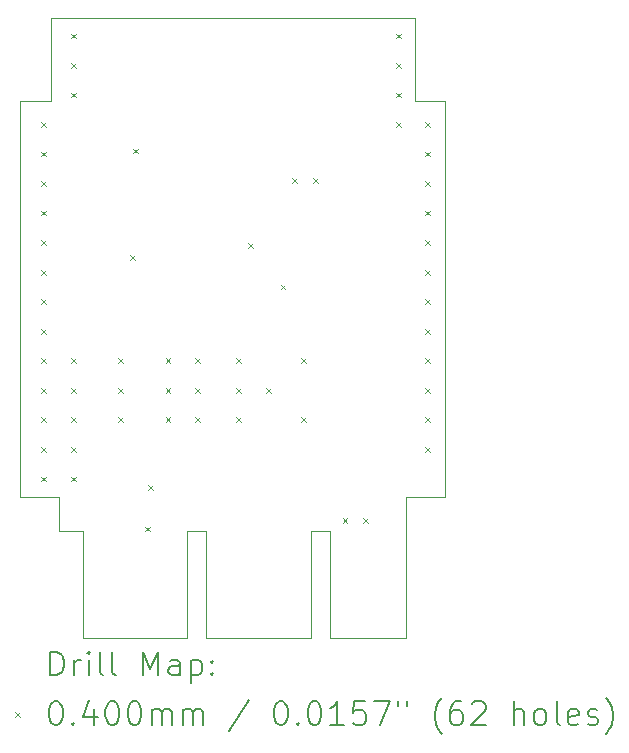
<source format=gbr>
%FSLAX45Y45*%
G04 Gerber Fmt 4.5, Leading zero omitted, Abs format (unit mm)*
G04 Created by KiCad (PCBNEW (6.0.1)) date 2022-02-03 01:48:56*
%MOMM*%
%LPD*%
G01*
G04 APERTURE LIST*
%TA.AperFunction,Profile*%
%ADD10C,0.050000*%
%TD*%
%ADD11C,0.200000*%
%ADD12C,0.040000*%
G04 APERTURE END LIST*
D10*
X19015000Y-11940000D02*
X19015000Y-12850000D01*
X17965000Y-11940000D02*
X17965000Y-12850000D01*
X20150000Y-11650000D02*
X19820000Y-11650000D01*
X18125000Y-12850000D02*
X18125000Y-11940000D01*
X19820000Y-12850000D02*
X19175000Y-12850000D01*
X17965000Y-12850000D02*
X17085000Y-12850000D01*
X19820000Y-11650000D02*
X19820000Y-12850000D01*
X19175000Y-11940000D02*
X19015000Y-11940000D01*
X16880000Y-11940000D02*
X16880000Y-11650000D01*
X18125000Y-11940000D02*
X17965000Y-11940000D01*
X19015000Y-12850000D02*
X18125000Y-12850000D01*
X19175000Y-12850000D02*
X19175000Y-11940000D01*
X17085000Y-11940000D02*
X16880000Y-11940000D01*
X19890000Y-8300000D02*
X20150000Y-8300000D01*
X19890000Y-7600000D02*
X19890000Y-8300000D01*
X20150000Y-8300000D02*
X20150000Y-11650000D01*
X16550000Y-11650000D02*
X16550000Y-8300000D01*
X16880000Y-11650000D02*
X16550000Y-11650000D01*
X17085000Y-11940000D02*
X17085000Y-12850000D01*
X16810000Y-8300000D02*
X16810000Y-7600000D01*
X16550000Y-8300000D02*
X16810000Y-8300000D01*
X16810000Y-7600000D02*
X19890000Y-7600000D01*
D11*
D12*
X16730000Y-8480000D02*
X16770000Y-8520000D01*
X16770000Y-8480000D02*
X16730000Y-8520000D01*
X16730000Y-8730000D02*
X16770000Y-8770000D01*
X16770000Y-8730000D02*
X16730000Y-8770000D01*
X16730000Y-8980000D02*
X16770000Y-9020000D01*
X16770000Y-8980000D02*
X16730000Y-9020000D01*
X16730000Y-9230000D02*
X16770000Y-9270000D01*
X16770000Y-9230000D02*
X16730000Y-9270000D01*
X16730000Y-9480000D02*
X16770000Y-9520000D01*
X16770000Y-9480000D02*
X16730000Y-9520000D01*
X16730000Y-9730000D02*
X16770000Y-9770000D01*
X16770000Y-9730000D02*
X16730000Y-9770000D01*
X16730000Y-9980000D02*
X16770000Y-10020000D01*
X16770000Y-9980000D02*
X16730000Y-10020000D01*
X16730000Y-10230000D02*
X16770000Y-10270000D01*
X16770000Y-10230000D02*
X16730000Y-10270000D01*
X16730000Y-10480000D02*
X16770000Y-10520000D01*
X16770000Y-10480000D02*
X16730000Y-10520000D01*
X16730000Y-10730000D02*
X16770000Y-10770000D01*
X16770000Y-10730000D02*
X16730000Y-10770000D01*
X16730000Y-10980000D02*
X16770000Y-11020000D01*
X16770000Y-10980000D02*
X16730000Y-11020000D01*
X16730000Y-11230000D02*
X16770000Y-11270000D01*
X16770000Y-11230000D02*
X16730000Y-11270000D01*
X16730000Y-11480000D02*
X16770000Y-11520000D01*
X16770000Y-11480000D02*
X16730000Y-11520000D01*
X16980000Y-7730000D02*
X17020000Y-7770000D01*
X17020000Y-7730000D02*
X16980000Y-7770000D01*
X16980000Y-7980000D02*
X17020000Y-8020000D01*
X17020000Y-7980000D02*
X16980000Y-8020000D01*
X16980000Y-8230000D02*
X17020000Y-8270000D01*
X17020000Y-8230000D02*
X16980000Y-8270000D01*
X16980000Y-10480000D02*
X17020000Y-10520000D01*
X17020000Y-10480000D02*
X16980000Y-10520000D01*
X16980000Y-10730000D02*
X17020000Y-10770000D01*
X17020000Y-10730000D02*
X16980000Y-10770000D01*
X16980000Y-10980000D02*
X17020000Y-11020000D01*
X17020000Y-10980000D02*
X16980000Y-11020000D01*
X16980000Y-11230000D02*
X17020000Y-11270000D01*
X17020000Y-11230000D02*
X16980000Y-11270000D01*
X16980000Y-11480000D02*
X17020000Y-11520000D01*
X17020000Y-11480000D02*
X16980000Y-11520000D01*
X17380000Y-10480000D02*
X17420000Y-10520000D01*
X17420000Y-10480000D02*
X17380000Y-10520000D01*
X17380000Y-10730000D02*
X17420000Y-10770000D01*
X17420000Y-10730000D02*
X17380000Y-10770000D01*
X17380000Y-10980000D02*
X17420000Y-11020000D01*
X17420000Y-10980000D02*
X17380000Y-11020000D01*
X17480000Y-9605000D02*
X17520000Y-9645000D01*
X17520000Y-9605000D02*
X17480000Y-9645000D01*
X17505000Y-8705000D02*
X17545000Y-8745000D01*
X17545000Y-8705000D02*
X17505000Y-8745000D01*
X17605000Y-11905000D02*
X17645000Y-11945000D01*
X17645000Y-11905000D02*
X17605000Y-11945000D01*
X17630000Y-11555000D02*
X17670000Y-11595000D01*
X17670000Y-11555000D02*
X17630000Y-11595000D01*
X17780000Y-10480000D02*
X17820000Y-10520000D01*
X17820000Y-10480000D02*
X17780000Y-10520000D01*
X17780000Y-10730000D02*
X17820000Y-10770000D01*
X17820000Y-10730000D02*
X17780000Y-10770000D01*
X17780000Y-10980000D02*
X17820000Y-11020000D01*
X17820000Y-10980000D02*
X17780000Y-11020000D01*
X18030000Y-10480000D02*
X18070000Y-10520000D01*
X18070000Y-10480000D02*
X18030000Y-10520000D01*
X18030000Y-10730000D02*
X18070000Y-10770000D01*
X18070000Y-10730000D02*
X18030000Y-10770000D01*
X18030000Y-10980000D02*
X18070000Y-11020000D01*
X18070000Y-10980000D02*
X18030000Y-11020000D01*
X18380000Y-10480000D02*
X18420000Y-10520000D01*
X18420000Y-10480000D02*
X18380000Y-10520000D01*
X18380000Y-10730000D02*
X18420000Y-10770000D01*
X18420000Y-10730000D02*
X18380000Y-10770000D01*
X18380000Y-10980000D02*
X18420000Y-11020000D01*
X18420000Y-10980000D02*
X18380000Y-11020000D01*
X18480000Y-9505001D02*
X18520000Y-9545001D01*
X18520000Y-9505001D02*
X18480000Y-9545001D01*
X18630000Y-10730000D02*
X18670000Y-10770000D01*
X18670000Y-10730000D02*
X18630000Y-10770000D01*
X18755002Y-9855000D02*
X18795002Y-9895000D01*
X18795002Y-9855000D02*
X18755002Y-9895000D01*
X18855000Y-8955000D02*
X18895000Y-8995000D01*
X18895000Y-8955000D02*
X18855000Y-8995000D01*
X18930000Y-10480000D02*
X18970000Y-10520000D01*
X18970000Y-10480000D02*
X18930000Y-10520000D01*
X18930000Y-10980000D02*
X18970000Y-11020000D01*
X18970000Y-10980000D02*
X18930000Y-11020000D01*
X19030000Y-8955000D02*
X19070000Y-8995000D01*
X19070000Y-8955000D02*
X19030000Y-8995000D01*
X19280000Y-11830000D02*
X19320000Y-11870000D01*
X19320000Y-11830000D02*
X19280000Y-11870000D01*
X19455000Y-11830000D02*
X19495000Y-11870000D01*
X19495000Y-11830000D02*
X19455000Y-11870000D01*
X19730000Y-7730000D02*
X19770000Y-7770000D01*
X19770000Y-7730000D02*
X19730000Y-7770000D01*
X19730000Y-7980000D02*
X19770000Y-8020000D01*
X19770000Y-7980000D02*
X19730000Y-8020000D01*
X19730000Y-8230000D02*
X19770000Y-8270000D01*
X19770000Y-8230000D02*
X19730000Y-8270000D01*
X19730000Y-8480000D02*
X19770000Y-8520000D01*
X19770000Y-8480000D02*
X19730000Y-8520000D01*
X19980000Y-8480000D02*
X20020000Y-8520000D01*
X20020000Y-8480000D02*
X19980000Y-8520000D01*
X19980000Y-8730000D02*
X20020000Y-8770000D01*
X20020000Y-8730000D02*
X19980000Y-8770000D01*
X19980000Y-8980000D02*
X20020000Y-9020000D01*
X20020000Y-8980000D02*
X19980000Y-9020000D01*
X19980000Y-9230000D02*
X20020000Y-9270000D01*
X20020000Y-9230000D02*
X19980000Y-9270000D01*
X19980000Y-9480000D02*
X20020000Y-9520000D01*
X20020000Y-9480000D02*
X19980000Y-9520000D01*
X19980000Y-9730000D02*
X20020000Y-9770000D01*
X20020000Y-9730000D02*
X19980000Y-9770000D01*
X19980000Y-9980000D02*
X20020000Y-10020000D01*
X20020000Y-9980000D02*
X19980000Y-10020000D01*
X19980000Y-10230000D02*
X20020000Y-10270000D01*
X20020000Y-10230000D02*
X19980000Y-10270000D01*
X19980000Y-10480000D02*
X20020000Y-10520000D01*
X20020000Y-10480000D02*
X19980000Y-10520000D01*
X19980000Y-10730000D02*
X20020000Y-10770000D01*
X20020000Y-10730000D02*
X19980000Y-10770000D01*
X19980000Y-10980000D02*
X20020000Y-11020000D01*
X20020000Y-10980000D02*
X19980000Y-11020000D01*
X19980000Y-11230000D02*
X20020000Y-11270000D01*
X20020000Y-11230000D02*
X19980000Y-11270000D01*
D11*
X16805119Y-13162976D02*
X16805119Y-12962976D01*
X16852738Y-12962976D01*
X16881310Y-12972500D01*
X16900357Y-12991548D01*
X16909881Y-13010595D01*
X16919405Y-13048690D01*
X16919405Y-13077262D01*
X16909881Y-13115357D01*
X16900357Y-13134405D01*
X16881310Y-13153452D01*
X16852738Y-13162976D01*
X16805119Y-13162976D01*
X17005119Y-13162976D02*
X17005119Y-13029643D01*
X17005119Y-13067738D02*
X17014643Y-13048690D01*
X17024167Y-13039167D01*
X17043214Y-13029643D01*
X17062262Y-13029643D01*
X17128929Y-13162976D02*
X17128929Y-13029643D01*
X17128929Y-12962976D02*
X17119405Y-12972500D01*
X17128929Y-12982024D01*
X17138452Y-12972500D01*
X17128929Y-12962976D01*
X17128929Y-12982024D01*
X17252738Y-13162976D02*
X17233690Y-13153452D01*
X17224167Y-13134405D01*
X17224167Y-12962976D01*
X17357500Y-13162976D02*
X17338452Y-13153452D01*
X17328929Y-13134405D01*
X17328929Y-12962976D01*
X17586071Y-13162976D02*
X17586071Y-12962976D01*
X17652738Y-13105833D01*
X17719405Y-12962976D01*
X17719405Y-13162976D01*
X17900357Y-13162976D02*
X17900357Y-13058214D01*
X17890833Y-13039167D01*
X17871786Y-13029643D01*
X17833690Y-13029643D01*
X17814643Y-13039167D01*
X17900357Y-13153452D02*
X17881310Y-13162976D01*
X17833690Y-13162976D01*
X17814643Y-13153452D01*
X17805119Y-13134405D01*
X17805119Y-13115357D01*
X17814643Y-13096309D01*
X17833690Y-13086786D01*
X17881310Y-13086786D01*
X17900357Y-13077262D01*
X17995595Y-13029643D02*
X17995595Y-13229643D01*
X17995595Y-13039167D02*
X18014643Y-13029643D01*
X18052738Y-13029643D01*
X18071786Y-13039167D01*
X18081310Y-13048690D01*
X18090833Y-13067738D01*
X18090833Y-13124881D01*
X18081310Y-13143928D01*
X18071786Y-13153452D01*
X18052738Y-13162976D01*
X18014643Y-13162976D01*
X17995595Y-13153452D01*
X18176548Y-13143928D02*
X18186071Y-13153452D01*
X18176548Y-13162976D01*
X18167024Y-13153452D01*
X18176548Y-13143928D01*
X18176548Y-13162976D01*
X18176548Y-13039167D02*
X18186071Y-13048690D01*
X18176548Y-13058214D01*
X18167024Y-13048690D01*
X18176548Y-13039167D01*
X18176548Y-13058214D01*
D12*
X16507500Y-13472500D02*
X16547500Y-13512500D01*
X16547500Y-13472500D02*
X16507500Y-13512500D01*
D11*
X16843214Y-13382976D02*
X16862262Y-13382976D01*
X16881310Y-13392500D01*
X16890833Y-13402024D01*
X16900357Y-13421071D01*
X16909881Y-13459167D01*
X16909881Y-13506786D01*
X16900357Y-13544881D01*
X16890833Y-13563928D01*
X16881310Y-13573452D01*
X16862262Y-13582976D01*
X16843214Y-13582976D01*
X16824167Y-13573452D01*
X16814643Y-13563928D01*
X16805119Y-13544881D01*
X16795595Y-13506786D01*
X16795595Y-13459167D01*
X16805119Y-13421071D01*
X16814643Y-13402024D01*
X16824167Y-13392500D01*
X16843214Y-13382976D01*
X16995595Y-13563928D02*
X17005119Y-13573452D01*
X16995595Y-13582976D01*
X16986071Y-13573452D01*
X16995595Y-13563928D01*
X16995595Y-13582976D01*
X17176548Y-13449643D02*
X17176548Y-13582976D01*
X17128929Y-13373452D02*
X17081310Y-13516309D01*
X17205119Y-13516309D01*
X17319405Y-13382976D02*
X17338452Y-13382976D01*
X17357500Y-13392500D01*
X17367024Y-13402024D01*
X17376548Y-13421071D01*
X17386071Y-13459167D01*
X17386071Y-13506786D01*
X17376548Y-13544881D01*
X17367024Y-13563928D01*
X17357500Y-13573452D01*
X17338452Y-13582976D01*
X17319405Y-13582976D01*
X17300357Y-13573452D01*
X17290833Y-13563928D01*
X17281310Y-13544881D01*
X17271786Y-13506786D01*
X17271786Y-13459167D01*
X17281310Y-13421071D01*
X17290833Y-13402024D01*
X17300357Y-13392500D01*
X17319405Y-13382976D01*
X17509881Y-13382976D02*
X17528929Y-13382976D01*
X17547976Y-13392500D01*
X17557500Y-13402024D01*
X17567024Y-13421071D01*
X17576548Y-13459167D01*
X17576548Y-13506786D01*
X17567024Y-13544881D01*
X17557500Y-13563928D01*
X17547976Y-13573452D01*
X17528929Y-13582976D01*
X17509881Y-13582976D01*
X17490833Y-13573452D01*
X17481310Y-13563928D01*
X17471786Y-13544881D01*
X17462262Y-13506786D01*
X17462262Y-13459167D01*
X17471786Y-13421071D01*
X17481310Y-13402024D01*
X17490833Y-13392500D01*
X17509881Y-13382976D01*
X17662262Y-13582976D02*
X17662262Y-13449643D01*
X17662262Y-13468690D02*
X17671786Y-13459167D01*
X17690833Y-13449643D01*
X17719405Y-13449643D01*
X17738452Y-13459167D01*
X17747976Y-13478214D01*
X17747976Y-13582976D01*
X17747976Y-13478214D02*
X17757500Y-13459167D01*
X17776548Y-13449643D01*
X17805119Y-13449643D01*
X17824167Y-13459167D01*
X17833690Y-13478214D01*
X17833690Y-13582976D01*
X17928929Y-13582976D02*
X17928929Y-13449643D01*
X17928929Y-13468690D02*
X17938452Y-13459167D01*
X17957500Y-13449643D01*
X17986071Y-13449643D01*
X18005119Y-13459167D01*
X18014643Y-13478214D01*
X18014643Y-13582976D01*
X18014643Y-13478214D02*
X18024167Y-13459167D01*
X18043214Y-13449643D01*
X18071786Y-13449643D01*
X18090833Y-13459167D01*
X18100357Y-13478214D01*
X18100357Y-13582976D01*
X18490833Y-13373452D02*
X18319405Y-13630595D01*
X18747976Y-13382976D02*
X18767024Y-13382976D01*
X18786071Y-13392500D01*
X18795595Y-13402024D01*
X18805119Y-13421071D01*
X18814643Y-13459167D01*
X18814643Y-13506786D01*
X18805119Y-13544881D01*
X18795595Y-13563928D01*
X18786071Y-13573452D01*
X18767024Y-13582976D01*
X18747976Y-13582976D01*
X18728929Y-13573452D01*
X18719405Y-13563928D01*
X18709881Y-13544881D01*
X18700357Y-13506786D01*
X18700357Y-13459167D01*
X18709881Y-13421071D01*
X18719405Y-13402024D01*
X18728929Y-13392500D01*
X18747976Y-13382976D01*
X18900357Y-13563928D02*
X18909881Y-13573452D01*
X18900357Y-13582976D01*
X18890833Y-13573452D01*
X18900357Y-13563928D01*
X18900357Y-13582976D01*
X19033690Y-13382976D02*
X19052738Y-13382976D01*
X19071786Y-13392500D01*
X19081310Y-13402024D01*
X19090833Y-13421071D01*
X19100357Y-13459167D01*
X19100357Y-13506786D01*
X19090833Y-13544881D01*
X19081310Y-13563928D01*
X19071786Y-13573452D01*
X19052738Y-13582976D01*
X19033690Y-13582976D01*
X19014643Y-13573452D01*
X19005119Y-13563928D01*
X18995595Y-13544881D01*
X18986071Y-13506786D01*
X18986071Y-13459167D01*
X18995595Y-13421071D01*
X19005119Y-13402024D01*
X19014643Y-13392500D01*
X19033690Y-13382976D01*
X19290833Y-13582976D02*
X19176548Y-13582976D01*
X19233690Y-13582976D02*
X19233690Y-13382976D01*
X19214643Y-13411548D01*
X19195595Y-13430595D01*
X19176548Y-13440119D01*
X19471786Y-13382976D02*
X19376548Y-13382976D01*
X19367024Y-13478214D01*
X19376548Y-13468690D01*
X19395595Y-13459167D01*
X19443214Y-13459167D01*
X19462262Y-13468690D01*
X19471786Y-13478214D01*
X19481310Y-13497262D01*
X19481310Y-13544881D01*
X19471786Y-13563928D01*
X19462262Y-13573452D01*
X19443214Y-13582976D01*
X19395595Y-13582976D01*
X19376548Y-13573452D01*
X19367024Y-13563928D01*
X19547976Y-13382976D02*
X19681310Y-13382976D01*
X19595595Y-13582976D01*
X19747976Y-13382976D02*
X19747976Y-13421071D01*
X19824167Y-13382976D02*
X19824167Y-13421071D01*
X20119405Y-13659167D02*
X20109881Y-13649643D01*
X20090833Y-13621071D01*
X20081310Y-13602024D01*
X20071786Y-13573452D01*
X20062262Y-13525833D01*
X20062262Y-13487738D01*
X20071786Y-13440119D01*
X20081310Y-13411548D01*
X20090833Y-13392500D01*
X20109881Y-13363928D01*
X20119405Y-13354405D01*
X20281310Y-13382976D02*
X20243214Y-13382976D01*
X20224167Y-13392500D01*
X20214643Y-13402024D01*
X20195595Y-13430595D01*
X20186071Y-13468690D01*
X20186071Y-13544881D01*
X20195595Y-13563928D01*
X20205119Y-13573452D01*
X20224167Y-13582976D01*
X20262262Y-13582976D01*
X20281310Y-13573452D01*
X20290833Y-13563928D01*
X20300357Y-13544881D01*
X20300357Y-13497262D01*
X20290833Y-13478214D01*
X20281310Y-13468690D01*
X20262262Y-13459167D01*
X20224167Y-13459167D01*
X20205119Y-13468690D01*
X20195595Y-13478214D01*
X20186071Y-13497262D01*
X20376548Y-13402024D02*
X20386071Y-13392500D01*
X20405119Y-13382976D01*
X20452738Y-13382976D01*
X20471786Y-13392500D01*
X20481310Y-13402024D01*
X20490833Y-13421071D01*
X20490833Y-13440119D01*
X20481310Y-13468690D01*
X20367024Y-13582976D01*
X20490833Y-13582976D01*
X20728929Y-13582976D02*
X20728929Y-13382976D01*
X20814643Y-13582976D02*
X20814643Y-13478214D01*
X20805119Y-13459167D01*
X20786071Y-13449643D01*
X20757500Y-13449643D01*
X20738452Y-13459167D01*
X20728929Y-13468690D01*
X20938452Y-13582976D02*
X20919405Y-13573452D01*
X20909881Y-13563928D01*
X20900357Y-13544881D01*
X20900357Y-13487738D01*
X20909881Y-13468690D01*
X20919405Y-13459167D01*
X20938452Y-13449643D01*
X20967024Y-13449643D01*
X20986071Y-13459167D01*
X20995595Y-13468690D01*
X21005119Y-13487738D01*
X21005119Y-13544881D01*
X20995595Y-13563928D01*
X20986071Y-13573452D01*
X20967024Y-13582976D01*
X20938452Y-13582976D01*
X21119405Y-13582976D02*
X21100357Y-13573452D01*
X21090833Y-13554405D01*
X21090833Y-13382976D01*
X21271786Y-13573452D02*
X21252738Y-13582976D01*
X21214643Y-13582976D01*
X21195595Y-13573452D01*
X21186071Y-13554405D01*
X21186071Y-13478214D01*
X21195595Y-13459167D01*
X21214643Y-13449643D01*
X21252738Y-13449643D01*
X21271786Y-13459167D01*
X21281310Y-13478214D01*
X21281310Y-13497262D01*
X21186071Y-13516309D01*
X21357500Y-13573452D02*
X21376548Y-13582976D01*
X21414643Y-13582976D01*
X21433690Y-13573452D01*
X21443214Y-13554405D01*
X21443214Y-13544881D01*
X21433690Y-13525833D01*
X21414643Y-13516309D01*
X21386071Y-13516309D01*
X21367024Y-13506786D01*
X21357500Y-13487738D01*
X21357500Y-13478214D01*
X21367024Y-13459167D01*
X21386071Y-13449643D01*
X21414643Y-13449643D01*
X21433690Y-13459167D01*
X21509881Y-13659167D02*
X21519405Y-13649643D01*
X21538452Y-13621071D01*
X21547976Y-13602024D01*
X21557500Y-13573452D01*
X21567024Y-13525833D01*
X21567024Y-13487738D01*
X21557500Y-13440119D01*
X21547976Y-13411548D01*
X21538452Y-13392500D01*
X21519405Y-13363928D01*
X21509881Y-13354405D01*
M02*

</source>
